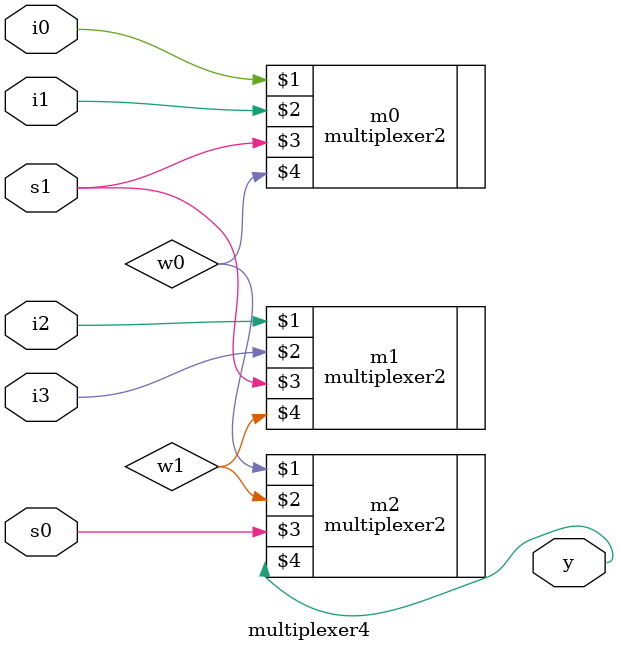
<source format=sv>
`timescale 1ns / 1ps

module multiplexer4(input logic i0,i1,i2,i3,s0,s1, output logic y);

reg y;
wire w0,w1;

multiplexer2 m0 (i0,i1,s1,w0);
multiplexer2 m1 (i2,i3,s1,w1);
multiplexer2 m2 (w0,w1,s0,y);
endmodule

</source>
